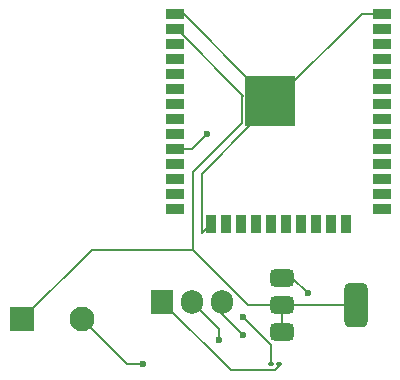
<source format=gbr>
%TF.GenerationSoftware,KiCad,Pcbnew,9.0.0*%
%TF.CreationDate,2025-04-07T22:33:31+05:30*%
%TF.ProjectId,pcb,7063622e-6b69-4636-9164-5f7063625858,rev?*%
%TF.SameCoordinates,Original*%
%TF.FileFunction,Copper,L1,Top*%
%TF.FilePolarity,Positive*%
%FSLAX46Y46*%
G04 Gerber Fmt 4.6, Leading zero omitted, Abs format (unit mm)*
G04 Created by KiCad (PCBNEW 9.0.0) date 2025-04-07 22:33:31*
%MOMM*%
%LPD*%
G01*
G04 APERTURE LIST*
G04 Aperture macros list*
%AMRoundRect*
0 Rectangle with rounded corners*
0 $1 Rounding radius*
0 $2 $3 $4 $5 $6 $7 $8 $9 X,Y pos of 4 corners*
0 Add a 4 corners polygon primitive as box body*
4,1,4,$2,$3,$4,$5,$6,$7,$8,$9,$2,$3,0*
0 Add four circle primitives for the rounded corners*
1,1,$1+$1,$2,$3*
1,1,$1+$1,$4,$5*
1,1,$1+$1,$6,$7*
1,1,$1+$1,$8,$9*
0 Add four rect primitives between the rounded corners*
20,1,$1+$1,$2,$3,$4,$5,0*
20,1,$1+$1,$4,$5,$6,$7,0*
20,1,$1+$1,$6,$7,$8,$9,0*
20,1,$1+$1,$8,$9,$2,$3,0*%
G04 Aperture macros list end*
%TA.AperFunction,SMDPad,CuDef*%
%ADD10RoundRect,0.375000X-0.625000X-0.375000X0.625000X-0.375000X0.625000X0.375000X-0.625000X0.375000X0*%
%TD*%
%TA.AperFunction,SMDPad,CuDef*%
%ADD11RoundRect,0.500000X-0.500000X-1.400000X0.500000X-1.400000X0.500000X1.400000X-0.500000X1.400000X0*%
%TD*%
%TA.AperFunction,ComponentPad*%
%ADD12RoundRect,0.250001X-0.799999X-0.799999X0.799999X-0.799999X0.799999X0.799999X-0.799999X0.799999X0*%
%TD*%
%TA.AperFunction,ComponentPad*%
%ADD13C,2.100000*%
%TD*%
%TA.AperFunction,ComponentPad*%
%ADD14R,1.905000X2.000000*%
%TD*%
%TA.AperFunction,ComponentPad*%
%ADD15O,1.905000X2.000000*%
%TD*%
%TA.AperFunction,SMDPad,CuDef*%
%ADD16R,1.500000X0.900000*%
%TD*%
%TA.AperFunction,SMDPad,CuDef*%
%ADD17R,0.900000X1.500000*%
%TD*%
%TA.AperFunction,SMDPad,CuDef*%
%ADD18R,1.050000X1.050000*%
%TD*%
%TA.AperFunction,HeatsinkPad*%
%ADD19C,0.600000*%
%TD*%
%TA.AperFunction,HeatsinkPad*%
%ADD20R,4.200000X4.200000*%
%TD*%
%TA.AperFunction,SMDPad,CuDef*%
%ADD21RoundRect,0.100000X-0.130000X-0.100000X0.130000X-0.100000X0.130000X0.100000X-0.130000X0.100000X0*%
%TD*%
%TA.AperFunction,ViaPad*%
%ADD22C,0.600000*%
%TD*%
%TA.AperFunction,Conductor*%
%ADD23C,0.200000*%
%TD*%
G04 APERTURE END LIST*
D10*
%TO.P,U2,1,ADJ*%
%TO.N,/gnd*%
X141270000Y-100185000D03*
%TO.P,U2,2,VO*%
%TO.N,+12V*%
X141270000Y-102485000D03*
D11*
X147570000Y-102485000D03*
D10*
%TO.P,U2,3,VI*%
X141270000Y-104785000D03*
%TD*%
D12*
%TO.P,M2,1,+*%
%TO.N,+12V*%
X119290000Y-103710000D03*
D13*
%TO.P,M2,2,-*%
%TO.N,Net-(M2--)*%
X124370000Y-103710000D03*
%TD*%
D14*
%TO.P,Q2,1,G*%
%TO.N,Net-(Q2-G)*%
X131180000Y-102210000D03*
D15*
%TO.P,Q2,2,D*%
%TO.N,Net-(M2--)*%
X133720000Y-102210000D03*
%TO.P,Q2,3,S*%
%TO.N,/gnd*%
X136260000Y-102210000D03*
%TD*%
D16*
%TO.P,U1,1,GND*%
%TO.N,GND*%
X132250000Y-77865000D03*
%TO.P,U1,2,VDD*%
%TO.N,+12V*%
X132250000Y-79135000D03*
%TO.P,U1,3,EN*%
%TO.N,unconnected-(U1-EN-Pad3)*%
X132250000Y-80405000D03*
%TO.P,U1,4,SENSOR_VP*%
%TO.N,unconnected-(U1-SENSOR_VP-Pad4)*%
X132250000Y-81675000D03*
%TO.P,U1,5,SENSOR_VN*%
%TO.N,unconnected-(U1-SENSOR_VN-Pad5)*%
X132250000Y-82945000D03*
%TO.P,U1,6,IO34*%
%TO.N,unconnected-(U1-IO34-Pad6)*%
X132250000Y-84215000D03*
%TO.P,U1,7,IO35*%
%TO.N,unconnected-(U1-IO35-Pad7)*%
X132250000Y-85485000D03*
%TO.P,U1,8,IO32*%
%TO.N,unconnected-(U1-IO32-Pad8)*%
X132250000Y-86755000D03*
%TO.P,U1,9,IO33*%
%TO.N,unconnected-(U1-IO33-Pad9)*%
X132250000Y-88025000D03*
%TO.P,U1,10,IO25*%
%TO.N,Net-(U1-IO25)*%
X132250000Y-89295000D03*
%TO.P,U1,11,IO26*%
%TO.N,unconnected-(U1-IO26-Pad11)*%
X132250000Y-90565000D03*
%TO.P,U1,12,IO27*%
%TO.N,unconnected-(U1-IO27-Pad12)*%
X132250000Y-91835000D03*
%TO.P,U1,13,IO14*%
%TO.N,unconnected-(U1-IO14-Pad13)*%
X132250000Y-93105000D03*
%TO.P,U1,14,IO12*%
%TO.N,unconnected-(U1-IO12-Pad14)*%
X132250000Y-94375000D03*
D17*
%TO.P,U1,15,GND*%
%TO.N,GND*%
X135290000Y-95625000D03*
%TO.P,U1,16,IO13*%
%TO.N,unconnected-(U1-IO13-Pad16)*%
X136560000Y-95625000D03*
%TO.P,U1,17,SHD/SD2*%
%TO.N,unconnected-(U1-SHD{slash}SD2-Pad17)*%
X137830000Y-95625000D03*
%TO.P,U1,18,SWP/SD3*%
%TO.N,unconnected-(U1-SWP{slash}SD3-Pad18)*%
X139100000Y-95625000D03*
%TO.P,U1,19,SCS/CMD*%
%TO.N,unconnected-(U1-SCS{slash}CMD-Pad19)*%
X140370000Y-95625000D03*
%TO.P,U1,20,SCK/CLK*%
%TO.N,unconnected-(U1-SCK{slash}CLK-Pad20)*%
X141640000Y-95625000D03*
%TO.P,U1,21,SDO/SD0*%
%TO.N,unconnected-(U1-SDO{slash}SD0-Pad21)*%
X142910000Y-95625000D03*
%TO.P,U1,22,SDI/SD1*%
%TO.N,unconnected-(U1-SDI{slash}SD1-Pad22)*%
X144180000Y-95625000D03*
%TO.P,U1,23,IO15*%
%TO.N,unconnected-(U1-IO15-Pad23)*%
X145450000Y-95625000D03*
%TO.P,U1,24,IO2*%
%TO.N,unconnected-(U1-IO2-Pad24)*%
X146720000Y-95625000D03*
D16*
%TO.P,U1,25,IO0*%
%TO.N,unconnected-(U1-IO0-Pad25)*%
X149750000Y-94375000D03*
%TO.P,U1,26,IO4*%
%TO.N,unconnected-(U1-IO4-Pad26)*%
X149750000Y-93105000D03*
%TO.P,U1,27,IO16*%
%TO.N,unconnected-(U1-IO16-Pad27)*%
X149750000Y-91835000D03*
%TO.P,U1,28,IO17*%
%TO.N,unconnected-(U1-IO17-Pad28)*%
X149750000Y-90565000D03*
%TO.P,U1,29,IO5*%
%TO.N,unconnected-(U1-IO5-Pad29)*%
X149750000Y-89295000D03*
%TO.P,U1,30,IO18*%
%TO.N,unconnected-(U1-IO18-Pad30)*%
X149750000Y-88025000D03*
%TO.P,U1,31,IO19*%
%TO.N,unconnected-(U1-IO19-Pad31)*%
X149750000Y-86755000D03*
%TO.P,U1,32,NC*%
%TO.N,unconnected-(U1-NC-Pad32)*%
X149750000Y-85485000D03*
%TO.P,U1,33,IO21*%
%TO.N,unconnected-(U1-IO21-Pad33)*%
X149750000Y-84215000D03*
%TO.P,U1,34,RXD0/IO3*%
%TO.N,unconnected-(U1-RXD0{slash}IO3-Pad34)*%
X149750000Y-82945000D03*
%TO.P,U1,35,TXD0/IO1*%
%TO.N,unconnected-(U1-TXD0{slash}IO1-Pad35)*%
X149750000Y-81675000D03*
%TO.P,U1,36,IO22*%
%TO.N,unconnected-(U1-IO22-Pad36)*%
X149750000Y-80405000D03*
%TO.P,U1,37,IO23*%
%TO.N,unconnected-(U1-IO23-Pad37)*%
X149750000Y-79135000D03*
%TO.P,U1,38,GND*%
%TO.N,GND*%
X149750000Y-77865000D03*
D18*
%TO.P,U1,39,GND*%
X138795000Y-83680000D03*
D19*
X138795000Y-84442500D03*
D18*
X138795000Y-85205000D03*
D19*
X138795000Y-85967500D03*
D18*
X138795000Y-86730000D03*
D19*
X139557500Y-83680000D03*
X139557500Y-85205000D03*
X139557500Y-86730000D03*
D18*
X140320000Y-83680000D03*
D19*
X140320000Y-84442500D03*
D18*
X140320000Y-85205000D03*
D20*
X140320000Y-85205000D03*
D19*
X140320000Y-85967500D03*
D18*
X140320000Y-86730000D03*
D19*
X141082500Y-83680000D03*
X141082500Y-85205000D03*
X141082500Y-86730000D03*
D18*
X141845000Y-83680000D03*
D19*
X141845000Y-84442500D03*
D18*
X141845000Y-85205000D03*
D19*
X141845000Y-85967500D03*
D18*
X141845000Y-86730000D03*
%TD*%
D21*
%TO.P,R1,1*%
%TO.N,Net-(U1-IO25)*%
X140400000Y-107480000D03*
%TO.P,R1,2*%
%TO.N,Net-(Q2-G)*%
X141040000Y-107480000D03*
%TD*%
D22*
%TO.N,Net-(M2--)*%
X129500000Y-107500000D03*
X136000000Y-105500000D03*
%TO.N,/gnd*%
X138000000Y-105000000D03*
X143500000Y-101500000D03*
%TO.N,Net-(U1-IO25)*%
X138000000Y-103500000D03*
X135000000Y-88000000D03*
%TD*%
D23*
%TO.N,Net-(M2--)*%
X124370000Y-103710000D02*
X128160000Y-107500000D01*
X136000000Y-105500000D02*
X136000000Y-104490000D01*
X128160000Y-107500000D02*
X129500000Y-107500000D01*
X136000000Y-104490000D02*
X133720000Y-102210000D01*
%TO.N,+12V*%
X138463000Y-102485000D02*
X141270000Y-102485000D01*
X132230000Y-79000000D02*
X138045000Y-84815000D01*
X137919000Y-87081000D02*
X137919000Y-84815000D01*
X133789000Y-97811000D02*
X133789000Y-91211000D01*
X133789000Y-97811000D02*
X138463000Y-102485000D01*
X141270000Y-102485000D02*
X147570000Y-102485000D01*
X133789000Y-91211000D02*
X137919000Y-87081000D01*
X119290000Y-103710000D02*
X125189000Y-97811000D01*
X125189000Y-97811000D02*
X133789000Y-97811000D01*
X141270000Y-102485000D02*
X141270000Y-104785000D01*
%TO.N,Net-(Q2-G)*%
X141040000Y-107679999D02*
X141040000Y-107480000D01*
X140738999Y-107981000D02*
X141040000Y-107679999D01*
X136951000Y-107981000D02*
X140738999Y-107981000D01*
X131180000Y-102210000D02*
X136951000Y-107981000D01*
%TO.N,/gnd*%
X136260000Y-103260000D02*
X138000000Y-105000000D01*
X143500000Y-101500000D02*
X142185000Y-100185000D01*
X136260000Y-102210000D02*
X136260000Y-103260000D01*
X142185000Y-100185000D02*
X141270000Y-100185000D01*
%TO.N,Net-(U1-IO25)*%
X140400000Y-105900000D02*
X138000000Y-103500000D01*
X135000000Y-88000000D02*
X133705000Y-89295000D01*
X140400000Y-107480000D02*
X140400000Y-105900000D01*
X133705000Y-89295000D02*
X132250000Y-89295000D01*
%TO.N,GND*%
X138795000Y-87115000D02*
X138795000Y-86730000D01*
X134540000Y-96375000D02*
X134540000Y-91370000D01*
X148045000Y-77865000D02*
X149750000Y-77865000D01*
X134540000Y-91370000D02*
X138795000Y-87115000D01*
X132250000Y-77865000D02*
X132980000Y-77865000D01*
X135290000Y-95625000D02*
X134540000Y-96375000D01*
X132980000Y-77865000D02*
X138795000Y-83680000D01*
X141095000Y-84815000D02*
X148045000Y-77865000D01*
%TD*%
M02*

</source>
